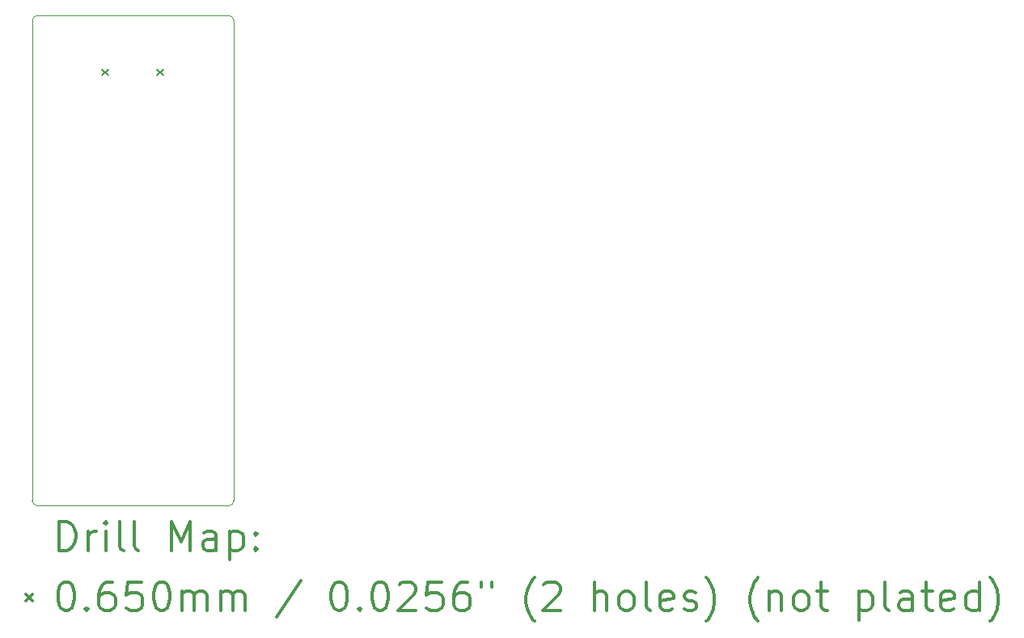
<source format=gbr>
%FSLAX45Y45*%
G04 Gerber Fmt 4.5, Leading zero omitted, Abs format (unit mm)*
G04 Created by KiCad (PCBNEW (5.1.10)-1) date 2021-06-30 21:37:17*
%MOMM*%
%LPD*%
G01*
G04 APERTURE LIST*
%TA.AperFunction,Profile*%
%ADD10C,0.050000*%
%TD*%
%ADD11C,0.200000*%
%ADD12C,0.300000*%
G04 APERTURE END LIST*
D10*
X11419000Y-10802500D02*
G75*
G02*
X11369000Y-10852500I-50000J0D01*
G01*
X9360000Y-10852500D02*
G75*
G02*
X9310000Y-10802500I0J50000D01*
G01*
X9310000Y-5772500D02*
G75*
G02*
X9360000Y-5722500I50000J0D01*
G01*
X11369000Y-5722500D02*
G75*
G02*
X11419000Y-5772500I0J-50000D01*
G01*
X11419000Y-10802500D02*
X11419000Y-5772500D01*
X9360000Y-5722500D02*
X11369000Y-5722500D01*
X9310000Y-10802500D02*
X9310000Y-5772500D01*
X9360000Y-10852500D02*
X11369000Y-10852500D01*
D11*
X10038500Y-6285000D02*
X10103500Y-6350000D01*
X10103500Y-6285000D02*
X10038500Y-6350000D01*
X10616500Y-6285000D02*
X10681500Y-6350000D01*
X10681500Y-6285000D02*
X10616500Y-6350000D01*
D12*
X9593928Y-11320714D02*
X9593928Y-11020714D01*
X9665357Y-11020714D01*
X9708214Y-11035000D01*
X9736786Y-11063572D01*
X9751071Y-11092143D01*
X9765357Y-11149286D01*
X9765357Y-11192143D01*
X9751071Y-11249286D01*
X9736786Y-11277857D01*
X9708214Y-11306429D01*
X9665357Y-11320714D01*
X9593928Y-11320714D01*
X9893928Y-11320714D02*
X9893928Y-11120714D01*
X9893928Y-11177857D02*
X9908214Y-11149286D01*
X9922500Y-11135000D01*
X9951071Y-11120714D01*
X9979643Y-11120714D01*
X10079643Y-11320714D02*
X10079643Y-11120714D01*
X10079643Y-11020714D02*
X10065357Y-11035000D01*
X10079643Y-11049286D01*
X10093928Y-11035000D01*
X10079643Y-11020714D01*
X10079643Y-11049286D01*
X10265357Y-11320714D02*
X10236786Y-11306429D01*
X10222500Y-11277857D01*
X10222500Y-11020714D01*
X10422500Y-11320714D02*
X10393928Y-11306429D01*
X10379643Y-11277857D01*
X10379643Y-11020714D01*
X10765357Y-11320714D02*
X10765357Y-11020714D01*
X10865357Y-11235000D01*
X10965357Y-11020714D01*
X10965357Y-11320714D01*
X11236786Y-11320714D02*
X11236786Y-11163572D01*
X11222500Y-11135000D01*
X11193928Y-11120714D01*
X11136786Y-11120714D01*
X11108214Y-11135000D01*
X11236786Y-11306429D02*
X11208214Y-11320714D01*
X11136786Y-11320714D01*
X11108214Y-11306429D01*
X11093928Y-11277857D01*
X11093928Y-11249286D01*
X11108214Y-11220714D01*
X11136786Y-11206429D01*
X11208214Y-11206429D01*
X11236786Y-11192143D01*
X11379643Y-11120714D02*
X11379643Y-11420714D01*
X11379643Y-11135000D02*
X11408214Y-11120714D01*
X11465357Y-11120714D01*
X11493928Y-11135000D01*
X11508214Y-11149286D01*
X11522500Y-11177857D01*
X11522500Y-11263571D01*
X11508214Y-11292143D01*
X11493928Y-11306429D01*
X11465357Y-11320714D01*
X11408214Y-11320714D01*
X11379643Y-11306429D01*
X11651071Y-11292143D02*
X11665357Y-11306429D01*
X11651071Y-11320714D01*
X11636786Y-11306429D01*
X11651071Y-11292143D01*
X11651071Y-11320714D01*
X11651071Y-11135000D02*
X11665357Y-11149286D01*
X11651071Y-11163572D01*
X11636786Y-11149286D01*
X11651071Y-11135000D01*
X11651071Y-11163572D01*
X9242500Y-11782500D02*
X9307500Y-11847500D01*
X9307500Y-11782500D02*
X9242500Y-11847500D01*
X9651071Y-11650714D02*
X9679643Y-11650714D01*
X9708214Y-11665000D01*
X9722500Y-11679286D01*
X9736786Y-11707857D01*
X9751071Y-11765000D01*
X9751071Y-11836429D01*
X9736786Y-11893571D01*
X9722500Y-11922143D01*
X9708214Y-11936429D01*
X9679643Y-11950714D01*
X9651071Y-11950714D01*
X9622500Y-11936429D01*
X9608214Y-11922143D01*
X9593928Y-11893571D01*
X9579643Y-11836429D01*
X9579643Y-11765000D01*
X9593928Y-11707857D01*
X9608214Y-11679286D01*
X9622500Y-11665000D01*
X9651071Y-11650714D01*
X9879643Y-11922143D02*
X9893928Y-11936429D01*
X9879643Y-11950714D01*
X9865357Y-11936429D01*
X9879643Y-11922143D01*
X9879643Y-11950714D01*
X10151071Y-11650714D02*
X10093928Y-11650714D01*
X10065357Y-11665000D01*
X10051071Y-11679286D01*
X10022500Y-11722143D01*
X10008214Y-11779286D01*
X10008214Y-11893571D01*
X10022500Y-11922143D01*
X10036786Y-11936429D01*
X10065357Y-11950714D01*
X10122500Y-11950714D01*
X10151071Y-11936429D01*
X10165357Y-11922143D01*
X10179643Y-11893571D01*
X10179643Y-11822143D01*
X10165357Y-11793571D01*
X10151071Y-11779286D01*
X10122500Y-11765000D01*
X10065357Y-11765000D01*
X10036786Y-11779286D01*
X10022500Y-11793571D01*
X10008214Y-11822143D01*
X10451071Y-11650714D02*
X10308214Y-11650714D01*
X10293928Y-11793571D01*
X10308214Y-11779286D01*
X10336786Y-11765000D01*
X10408214Y-11765000D01*
X10436786Y-11779286D01*
X10451071Y-11793571D01*
X10465357Y-11822143D01*
X10465357Y-11893571D01*
X10451071Y-11922143D01*
X10436786Y-11936429D01*
X10408214Y-11950714D01*
X10336786Y-11950714D01*
X10308214Y-11936429D01*
X10293928Y-11922143D01*
X10651071Y-11650714D02*
X10679643Y-11650714D01*
X10708214Y-11665000D01*
X10722500Y-11679286D01*
X10736786Y-11707857D01*
X10751071Y-11765000D01*
X10751071Y-11836429D01*
X10736786Y-11893571D01*
X10722500Y-11922143D01*
X10708214Y-11936429D01*
X10679643Y-11950714D01*
X10651071Y-11950714D01*
X10622500Y-11936429D01*
X10608214Y-11922143D01*
X10593928Y-11893571D01*
X10579643Y-11836429D01*
X10579643Y-11765000D01*
X10593928Y-11707857D01*
X10608214Y-11679286D01*
X10622500Y-11665000D01*
X10651071Y-11650714D01*
X10879643Y-11950714D02*
X10879643Y-11750714D01*
X10879643Y-11779286D02*
X10893928Y-11765000D01*
X10922500Y-11750714D01*
X10965357Y-11750714D01*
X10993928Y-11765000D01*
X11008214Y-11793571D01*
X11008214Y-11950714D01*
X11008214Y-11793571D02*
X11022500Y-11765000D01*
X11051071Y-11750714D01*
X11093928Y-11750714D01*
X11122500Y-11765000D01*
X11136786Y-11793571D01*
X11136786Y-11950714D01*
X11279643Y-11950714D02*
X11279643Y-11750714D01*
X11279643Y-11779286D02*
X11293928Y-11765000D01*
X11322500Y-11750714D01*
X11365357Y-11750714D01*
X11393928Y-11765000D01*
X11408214Y-11793571D01*
X11408214Y-11950714D01*
X11408214Y-11793571D02*
X11422500Y-11765000D01*
X11451071Y-11750714D01*
X11493928Y-11750714D01*
X11522500Y-11765000D01*
X11536786Y-11793571D01*
X11536786Y-11950714D01*
X12122500Y-11636429D02*
X11865357Y-12022143D01*
X12508214Y-11650714D02*
X12536786Y-11650714D01*
X12565357Y-11665000D01*
X12579643Y-11679286D01*
X12593928Y-11707857D01*
X12608214Y-11765000D01*
X12608214Y-11836429D01*
X12593928Y-11893571D01*
X12579643Y-11922143D01*
X12565357Y-11936429D01*
X12536786Y-11950714D01*
X12508214Y-11950714D01*
X12479643Y-11936429D01*
X12465357Y-11922143D01*
X12451071Y-11893571D01*
X12436786Y-11836429D01*
X12436786Y-11765000D01*
X12451071Y-11707857D01*
X12465357Y-11679286D01*
X12479643Y-11665000D01*
X12508214Y-11650714D01*
X12736786Y-11922143D02*
X12751071Y-11936429D01*
X12736786Y-11950714D01*
X12722500Y-11936429D01*
X12736786Y-11922143D01*
X12736786Y-11950714D01*
X12936786Y-11650714D02*
X12965357Y-11650714D01*
X12993928Y-11665000D01*
X13008214Y-11679286D01*
X13022500Y-11707857D01*
X13036786Y-11765000D01*
X13036786Y-11836429D01*
X13022500Y-11893571D01*
X13008214Y-11922143D01*
X12993928Y-11936429D01*
X12965357Y-11950714D01*
X12936786Y-11950714D01*
X12908214Y-11936429D01*
X12893928Y-11922143D01*
X12879643Y-11893571D01*
X12865357Y-11836429D01*
X12865357Y-11765000D01*
X12879643Y-11707857D01*
X12893928Y-11679286D01*
X12908214Y-11665000D01*
X12936786Y-11650714D01*
X13151071Y-11679286D02*
X13165357Y-11665000D01*
X13193928Y-11650714D01*
X13265357Y-11650714D01*
X13293928Y-11665000D01*
X13308214Y-11679286D01*
X13322500Y-11707857D01*
X13322500Y-11736429D01*
X13308214Y-11779286D01*
X13136786Y-11950714D01*
X13322500Y-11950714D01*
X13593928Y-11650714D02*
X13451071Y-11650714D01*
X13436786Y-11793571D01*
X13451071Y-11779286D01*
X13479643Y-11765000D01*
X13551071Y-11765000D01*
X13579643Y-11779286D01*
X13593928Y-11793571D01*
X13608214Y-11822143D01*
X13608214Y-11893571D01*
X13593928Y-11922143D01*
X13579643Y-11936429D01*
X13551071Y-11950714D01*
X13479643Y-11950714D01*
X13451071Y-11936429D01*
X13436786Y-11922143D01*
X13865357Y-11650714D02*
X13808214Y-11650714D01*
X13779643Y-11665000D01*
X13765357Y-11679286D01*
X13736786Y-11722143D01*
X13722500Y-11779286D01*
X13722500Y-11893571D01*
X13736786Y-11922143D01*
X13751071Y-11936429D01*
X13779643Y-11950714D01*
X13836786Y-11950714D01*
X13865357Y-11936429D01*
X13879643Y-11922143D01*
X13893928Y-11893571D01*
X13893928Y-11822143D01*
X13879643Y-11793571D01*
X13865357Y-11779286D01*
X13836786Y-11765000D01*
X13779643Y-11765000D01*
X13751071Y-11779286D01*
X13736786Y-11793571D01*
X13722500Y-11822143D01*
X14008214Y-11650714D02*
X14008214Y-11707857D01*
X14122500Y-11650714D02*
X14122500Y-11707857D01*
X14565357Y-12065000D02*
X14551071Y-12050714D01*
X14522500Y-12007857D01*
X14508214Y-11979286D01*
X14493928Y-11936429D01*
X14479643Y-11865000D01*
X14479643Y-11807857D01*
X14493928Y-11736429D01*
X14508214Y-11693571D01*
X14522500Y-11665000D01*
X14551071Y-11622143D01*
X14565357Y-11607857D01*
X14665357Y-11679286D02*
X14679643Y-11665000D01*
X14708214Y-11650714D01*
X14779643Y-11650714D01*
X14808214Y-11665000D01*
X14822500Y-11679286D01*
X14836786Y-11707857D01*
X14836786Y-11736429D01*
X14822500Y-11779286D01*
X14651071Y-11950714D01*
X14836786Y-11950714D01*
X15193928Y-11950714D02*
X15193928Y-11650714D01*
X15322500Y-11950714D02*
X15322500Y-11793571D01*
X15308214Y-11765000D01*
X15279643Y-11750714D01*
X15236786Y-11750714D01*
X15208214Y-11765000D01*
X15193928Y-11779286D01*
X15508214Y-11950714D02*
X15479643Y-11936429D01*
X15465357Y-11922143D01*
X15451071Y-11893571D01*
X15451071Y-11807857D01*
X15465357Y-11779286D01*
X15479643Y-11765000D01*
X15508214Y-11750714D01*
X15551071Y-11750714D01*
X15579643Y-11765000D01*
X15593928Y-11779286D01*
X15608214Y-11807857D01*
X15608214Y-11893571D01*
X15593928Y-11922143D01*
X15579643Y-11936429D01*
X15551071Y-11950714D01*
X15508214Y-11950714D01*
X15779643Y-11950714D02*
X15751071Y-11936429D01*
X15736786Y-11907857D01*
X15736786Y-11650714D01*
X16008214Y-11936429D02*
X15979643Y-11950714D01*
X15922500Y-11950714D01*
X15893928Y-11936429D01*
X15879643Y-11907857D01*
X15879643Y-11793571D01*
X15893928Y-11765000D01*
X15922500Y-11750714D01*
X15979643Y-11750714D01*
X16008214Y-11765000D01*
X16022500Y-11793571D01*
X16022500Y-11822143D01*
X15879643Y-11850714D01*
X16136786Y-11936429D02*
X16165357Y-11950714D01*
X16222500Y-11950714D01*
X16251071Y-11936429D01*
X16265357Y-11907857D01*
X16265357Y-11893571D01*
X16251071Y-11865000D01*
X16222500Y-11850714D01*
X16179643Y-11850714D01*
X16151071Y-11836429D01*
X16136786Y-11807857D01*
X16136786Y-11793571D01*
X16151071Y-11765000D01*
X16179643Y-11750714D01*
X16222500Y-11750714D01*
X16251071Y-11765000D01*
X16365357Y-12065000D02*
X16379643Y-12050714D01*
X16408214Y-12007857D01*
X16422500Y-11979286D01*
X16436786Y-11936429D01*
X16451071Y-11865000D01*
X16451071Y-11807857D01*
X16436786Y-11736429D01*
X16422500Y-11693571D01*
X16408214Y-11665000D01*
X16379643Y-11622143D01*
X16365357Y-11607857D01*
X16908214Y-12065000D02*
X16893928Y-12050714D01*
X16865357Y-12007857D01*
X16851071Y-11979286D01*
X16836786Y-11936429D01*
X16822500Y-11865000D01*
X16822500Y-11807857D01*
X16836786Y-11736429D01*
X16851071Y-11693571D01*
X16865357Y-11665000D01*
X16893928Y-11622143D01*
X16908214Y-11607857D01*
X17022500Y-11750714D02*
X17022500Y-11950714D01*
X17022500Y-11779286D02*
X17036786Y-11765000D01*
X17065357Y-11750714D01*
X17108214Y-11750714D01*
X17136786Y-11765000D01*
X17151071Y-11793571D01*
X17151071Y-11950714D01*
X17336786Y-11950714D02*
X17308214Y-11936429D01*
X17293928Y-11922143D01*
X17279643Y-11893571D01*
X17279643Y-11807857D01*
X17293928Y-11779286D01*
X17308214Y-11765000D01*
X17336786Y-11750714D01*
X17379643Y-11750714D01*
X17408214Y-11765000D01*
X17422500Y-11779286D01*
X17436786Y-11807857D01*
X17436786Y-11893571D01*
X17422500Y-11922143D01*
X17408214Y-11936429D01*
X17379643Y-11950714D01*
X17336786Y-11950714D01*
X17522500Y-11750714D02*
X17636786Y-11750714D01*
X17565357Y-11650714D02*
X17565357Y-11907857D01*
X17579643Y-11936429D01*
X17608214Y-11950714D01*
X17636786Y-11950714D01*
X17965357Y-11750714D02*
X17965357Y-12050714D01*
X17965357Y-11765000D02*
X17993928Y-11750714D01*
X18051071Y-11750714D01*
X18079643Y-11765000D01*
X18093928Y-11779286D01*
X18108214Y-11807857D01*
X18108214Y-11893571D01*
X18093928Y-11922143D01*
X18079643Y-11936429D01*
X18051071Y-11950714D01*
X17993928Y-11950714D01*
X17965357Y-11936429D01*
X18279643Y-11950714D02*
X18251071Y-11936429D01*
X18236786Y-11907857D01*
X18236786Y-11650714D01*
X18522500Y-11950714D02*
X18522500Y-11793571D01*
X18508214Y-11765000D01*
X18479643Y-11750714D01*
X18422500Y-11750714D01*
X18393928Y-11765000D01*
X18522500Y-11936429D02*
X18493928Y-11950714D01*
X18422500Y-11950714D01*
X18393928Y-11936429D01*
X18379643Y-11907857D01*
X18379643Y-11879286D01*
X18393928Y-11850714D01*
X18422500Y-11836429D01*
X18493928Y-11836429D01*
X18522500Y-11822143D01*
X18622500Y-11750714D02*
X18736786Y-11750714D01*
X18665357Y-11650714D02*
X18665357Y-11907857D01*
X18679643Y-11936429D01*
X18708214Y-11950714D01*
X18736786Y-11950714D01*
X18951071Y-11936429D02*
X18922500Y-11950714D01*
X18865357Y-11950714D01*
X18836786Y-11936429D01*
X18822500Y-11907857D01*
X18822500Y-11793571D01*
X18836786Y-11765000D01*
X18865357Y-11750714D01*
X18922500Y-11750714D01*
X18951071Y-11765000D01*
X18965357Y-11793571D01*
X18965357Y-11822143D01*
X18822500Y-11850714D01*
X19222500Y-11950714D02*
X19222500Y-11650714D01*
X19222500Y-11936429D02*
X19193928Y-11950714D01*
X19136786Y-11950714D01*
X19108214Y-11936429D01*
X19093928Y-11922143D01*
X19079643Y-11893571D01*
X19079643Y-11807857D01*
X19093928Y-11779286D01*
X19108214Y-11765000D01*
X19136786Y-11750714D01*
X19193928Y-11750714D01*
X19222500Y-11765000D01*
X19336786Y-12065000D02*
X19351071Y-12050714D01*
X19379643Y-12007857D01*
X19393928Y-11979286D01*
X19408214Y-11936429D01*
X19422500Y-11865000D01*
X19422500Y-11807857D01*
X19408214Y-11736429D01*
X19393928Y-11693571D01*
X19379643Y-11665000D01*
X19351071Y-11622143D01*
X19336786Y-11607857D01*
M02*

</source>
